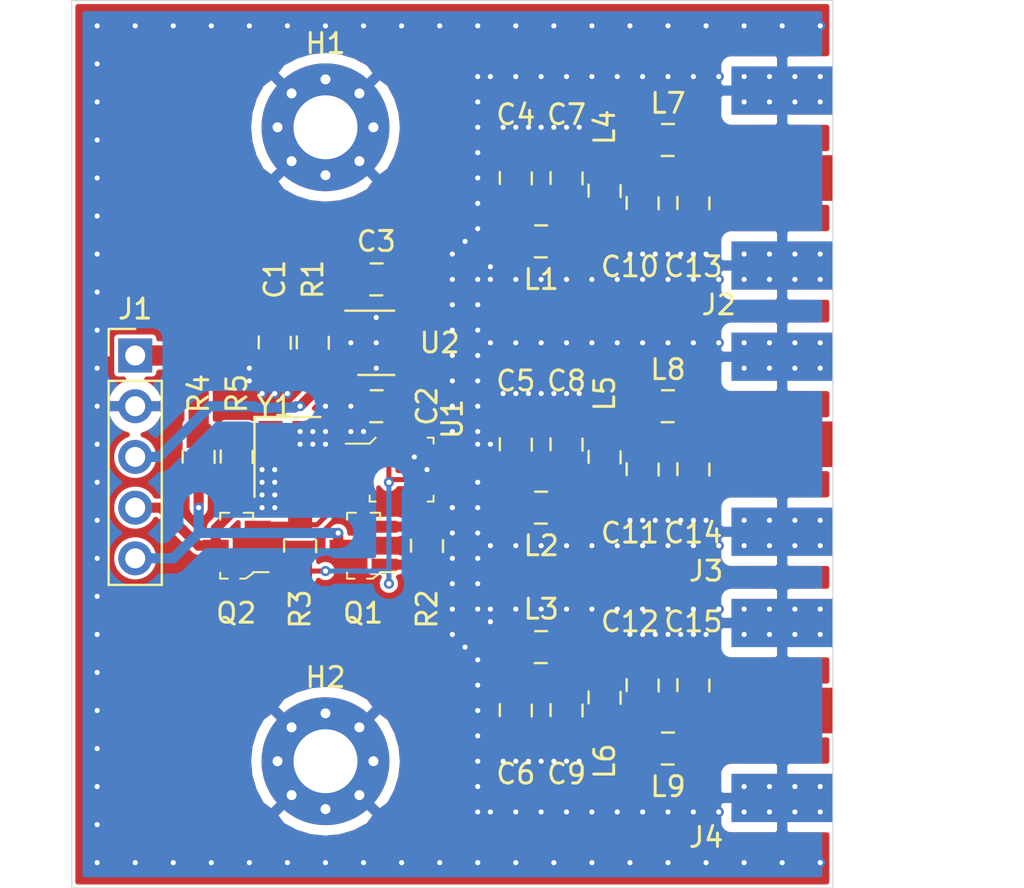
<source format=kicad_pcb>
(kicad_pcb (version 20171130) (host pcbnew 5.1.5-52549c5~84~ubuntu16.04.1)
  (layers (0 F.Cu signal) (31 B.Cu signal) (34 B.Paste user) (35 F.Paste user) (36 B.SilkS user) (37 F.SilkS user) (38 B.Mask user) (39 F.Mask user) (44 Edge.Cuts user))
  (net 0 "")
  (net 1 +5V)
  (net 2 GND)
  (net 3 "Net-(C2-Pad1)")
  (net 4 +3V3)
  (net 5 CLK0)
  (net 6 CLK1)
  (net 7 CLK2)
  (net 8 "Net-(C7-Pad1)")
  (net 9 "Net-(C8-Pad1)")
  (net 10 "Net-(C9-Pad1)")
  (net 11 "Net-(C10-Pad1)")
  (net 12 "Net-(C11-Pad1)")
  (net 13 "Net-(C12-Pad1)")
  (net 14 "Net-(C13-Pad1)")
  (net 15 "Net-(C14-Pad1)")
  (net 16 "Net-(C15-Pad1)")
  (net 17 SDA_3V)
  (net 18 SDA_5V)
  (net 19 SCL_5V)
  (net 20 SCL_3V)
  (net 21 ~DIS)
  (net 22 "Net-(U1-Pad2)")
  (net 23 "Net-(U1-Pad3)")
  (module MountingHole:MountingHole_3.2mm_M3_Pad_Via (layer F.Cu) (at 101.6 101.6)
    (fp_text reference H2 (at 0 -4.2) (layer F.SilkS))
    (fp_text value MountingHole_Pad)
    (pad 1 thru_hole circle (at 1.697056 -1.697056) (size 0.8 0.8) (drill 0.5) (layers *.Cu *.Mask) (net 2 GND))
    (pad 1 thru_hole circle (at 0 -2.4) (size 0.8 0.8) (drill 0.5) (layers *.Cu *.Mask) (net 2 GND))
    (pad 1 thru_hole circle (at -1.697056 -1.697056) (size 0.8 0.8) (drill 0.5) (layers *.Cu *.Mask) (net 2 GND))
    (pad 1 thru_hole circle (at -2.4 0) (size 0.8 0.8) (drill 0.5) (layers *.Cu *.Mask) (net 2 GND))
    (pad 1 thru_hole circle (at -1.697056 1.697056) (size 0.8 0.8) (drill 0.5) (layers *.Cu *.Mask) (net 2 GND))
    (pad 1 thru_hole circle (at 0 2.4) (size 0.8 0.8) (drill 0.5) (layers *.Cu *.Mask) (net 2 GND))
    (pad 1 thru_hole circle (at 1.697056 1.697056) (size 0.8 0.8) (drill 0.5) (layers *.Cu *.Mask) (net 2 GND))
    (pad 1 thru_hole circle (at 2.4 0) (size 0.8 0.8) (drill 0.5) (layers *.Cu *.Mask) (net 2 GND))
    (pad 1 thru_hole circle (at 0 0) (size 6.4 6.4) (drill 3.2) (layers *.Cu *.Mask) (net 2 GND))
  )
  (module MountingHole:MountingHole_3.2mm_M3_Pad_Via (layer F.Cu) (at 101.6 69.85)
    (fp_text reference H1 (at 0 -4.2) (layer F.SilkS))
    (fp_text value MountingHole_Pad)
    (pad 1 thru_hole circle (at 1.697056 -1.697056) (size 0.8 0.8) (drill 0.5) (layers *.Cu *.Mask) (net 2 GND))
    (pad 1 thru_hole circle (at 0 -2.4) (size 0.8 0.8) (drill 0.5) (layers *.Cu *.Mask) (net 2 GND))
    (pad 1 thru_hole circle (at -1.697056 -1.697056) (size 0.8 0.8) (drill 0.5) (layers *.Cu *.Mask) (net 2 GND))
    (pad 1 thru_hole circle (at -2.4 0) (size 0.8 0.8) (drill 0.5) (layers *.Cu *.Mask) (net 2 GND))
    (pad 1 thru_hole circle (at -1.697056 1.697056) (size 0.8 0.8) (drill 0.5) (layers *.Cu *.Mask) (net 2 GND))
    (pad 1 thru_hole circle (at 0 2.4) (size 0.8 0.8) (drill 0.5) (layers *.Cu *.Mask) (net 2 GND))
    (pad 1 thru_hole circle (at 1.697056 1.697056) (size 0.8 0.8) (drill 0.5) (layers *.Cu *.Mask) (net 2 GND))
    (pad 1 thru_hole circle (at 2.4 0) (size 0.8 0.8) (drill 0.5) (layers *.Cu *.Mask) (net 2 GND))
    (pad 1 thru_hole circle (at 0 0) (size 6.4 6.4) (drill 3.2) (layers *.Cu *.Mask) (net 2 GND))
  )
  (module digikey-footprints:SOT-23-3 (layer F.Cu) (at 103.505 90.805 180)
    (fp_text reference Q1 (at 0.025 -3.375) (layer F.SilkS))
    (fp_text value BSS138)
    (pad 1 smd rect (at -1.05 -0.95 180) (size 1.3 0.6) (layers F.Cu F.Paste F.Mask) (net 4 +3V3))
    (pad 2 smd rect (at -1.05 0.95 180) (size 1.3 0.6) (layers F.Cu F.Paste F.Mask) (net 17 SDA_3V))
    (pad 3 smd rect (at 1.05 0 180) (size 1.3 0.6) (layers F.Cu F.Paste F.Mask) (net 18 SDA_5V))
  )
  (module digikey-footprints:SOT-23-3 (layer F.Cu) (at 97.155 90.804999 180)
    (fp_text reference Q2 (at 0.025 -3.375) (layer F.SilkS))
    (fp_text value BSS138)
    (pad 3 smd rect (at 1.05 0 180) (size 1.3 0.6) (layers F.Cu F.Paste F.Mask) (net 19 SCL_5V))
    (pad 2 smd rect (at -1.05 0.95 180) (size 1.3 0.6) (layers F.Cu F.Paste F.Mask) (net 20 SCL_3V))
    (pad 1 smd rect (at -1.05 -0.95 180) (size 1.3 0.6) (layers F.Cu F.Paste F.Mask) (net 4 +3V3))
  )
  (module Crystal:Crystal_SMD_3225-4Pin_3.2x2.5mm (layer F.Cu) (at 99.695 86.36 270)
    (fp_text reference Y1 (at -2.54 0.635 180) (layer F.SilkS))
    (fp_text value Crystal_GND24)
    (pad 4 smd rect (at -1.1 -0.85 270) (size 1.4 1.2) (layers F.Cu F.Paste F.Mask) (net 2 GND))
    (pad 3 smd rect (at 1.1 -0.85 270) (size 1.4 1.2) (layers F.Cu F.Paste F.Mask) (net 23 "Net-(U1-Pad3)"))
    (pad 2 smd rect (at 1.1 0.85 270) (size 1.4 1.2) (layers F.Cu F.Paste F.Mask) (net 2 GND))
    (pad 1 smd rect (at -1.1 0.85 270) (size 1.4 1.2) (layers F.Cu F.Paste F.Mask) (net 22 "Net-(U1-Pad2)"))
  )
  (module Connector_PinHeader_2.54mm:PinHeader_1x05_P2.54mm_Vertical (layer F.Cu) (at 92.075 81.28)
    (fp_text reference J1 (at 0 -2.33) (layer F.SilkS))
    (fp_text value Conn_01x05_Male)
    (pad 5 thru_hole oval (at 0 10.16) (size 1.7 1.7) (drill 1) (layers *.Cu *.Mask) (net 18 SDA_5V))
    (pad 4 thru_hole oval (at 0 7.62) (size 1.7 1.7) (drill 1) (layers *.Cu *.Mask) (net 19 SCL_5V))
    (pad 3 thru_hole oval (at 0 5.08) (size 1.7 1.7) (drill 1) (layers *.Cu *.Mask) (net 21 ~DIS))
    (pad 2 thru_hole oval (at 0 2.54) (size 1.7 1.7) (drill 1) (layers *.Cu *.Mask) (net 2 GND))
    (pad 1 thru_hole rect (at 0 0) (size 1.7 1.7) (drill 1) (layers *.Cu *.Mask) (net 1 +5V))
  )
  (module digikey-footprints:0805 (layer F.Cu) (at 99.06 80.645 270)
    (fp_text reference C1 (at -3.175 0 90) (layer F.SilkS))
    (fp_text value 1uF)
    (pad 1 smd rect (at -1.05 0 270) (size 1.2 1.2) (layers F.Cu F.Paste F.Mask) (net 1 +5V))
    (pad 2 smd rect (at 1.05 0 270) (size 1.2 1.2) (layers F.Cu F.Paste F.Mask) (net 2 GND))
  )
  (module digikey-footprints:0805 (layer F.Cu) (at 104.14 83.820001 180)
    (fp_text reference C2 (at -2.54 0 90) (layer F.SilkS))
    (fp_text value .1uF)
    (pad 2 smd rect (at 1.05 0 180) (size 1.2 1.2) (layers F.Cu F.Paste F.Mask) (net 2 GND))
    (pad 1 smd rect (at -1.05 0 180) (size 1.2 1.2) (layers F.Cu F.Paste F.Mask) (net 3 "Net-(C2-Pad1)"))
  )
  (module digikey-footprints:0805 (layer F.Cu) (at 104.14 77.47 180)
    (fp_text reference C3 (at 0 1.905) (layer F.SilkS))
    (fp_text value .1uF)
    (pad 1 smd rect (at -1.05 0 180) (size 1.2 1.2) (layers F.Cu F.Paste F.Mask) (net 4 +3V3))
    (pad 2 smd rect (at 1.05 0 180) (size 1.2 1.2) (layers F.Cu F.Paste F.Mask) (net 2 GND))
  )
  (module digikey-footprints:0805 (layer F.Cu) (at 111.125 72.39 90)
    (fp_text reference C4 (at 3.175 0 180) (layer F.SilkS))
    (fp_text value C)
    (pad 1 smd rect (at -1.05 0 90) (size 1.2 1.2) (layers F.Cu F.Paste F.Mask) (net 5 CLK0))
    (pad 2 smd rect (at 1.05 0 90) (size 1.2 1.2) (layers F.Cu F.Paste F.Mask) (net 2 GND))
  )
  (module digikey-footprints:0805 (layer F.Cu) (at 111.125 85.725 90)
    (fp_text reference C5 (at 3.175 0 180) (layer F.SilkS))
    (fp_text value C)
    (pad 2 smd rect (at 1.05 0 90) (size 1.2 1.2) (layers F.Cu F.Paste F.Mask) (net 2 GND))
    (pad 1 smd rect (at -1.05 0 90) (size 1.2 1.2) (layers F.Cu F.Paste F.Mask) (net 6 CLK1))
  )
  (module digikey-footprints:0805 (layer F.Cu) (at 111.125 99.06 270)
    (fp_text reference C6 (at 3.175 0 180) (layer F.SilkS))
    (fp_text value C)
    (pad 1 smd rect (at -1.05 0 270) (size 1.2 1.2) (layers F.Cu F.Paste F.Mask) (net 7 CLK2))
    (pad 2 smd rect (at 1.05 0 270) (size 1.2 1.2) (layers F.Cu F.Paste F.Mask) (net 2 GND))
  )
  (module digikey-footprints:0805 (layer F.Cu) (at 113.665 72.39 90)
    (fp_text reference C7 (at 3.175 0 180) (layer F.SilkS))
    (fp_text value C)
    (pad 2 smd rect (at 1.05 0 90) (size 1.2 1.2) (layers F.Cu F.Paste F.Mask) (net 2 GND))
    (pad 1 smd rect (at -1.05 0 90) (size 1.2 1.2) (layers F.Cu F.Paste F.Mask) (net 8 "Net-(C7-Pad1)"))
  )
  (module digikey-footprints:0805 (layer F.Cu) (at 113.665 85.725 90)
    (fp_text reference C8 (at 3.175 0 180) (layer F.SilkS))
    (fp_text value C)
    (pad 1 smd rect (at -1.05 0 90) (size 1.2 1.2) (layers F.Cu F.Paste F.Mask) (net 9 "Net-(C8-Pad1)"))
    (pad 2 smd rect (at 1.05 0 90) (size 1.2 1.2) (layers F.Cu F.Paste F.Mask) (net 2 GND))
  )
  (module digikey-footprints:0805 (layer F.Cu) (at 113.665 99.06 270)
    (fp_text reference C9 (at 3.175 0 180) (layer F.SilkS))
    (fp_text value C)
    (pad 2 smd rect (at 1.05 0 270) (size 1.2 1.2) (layers F.Cu F.Paste F.Mask) (net 2 GND))
    (pad 1 smd rect (at -1.05 0 270) (size 1.2 1.2) (layers F.Cu F.Paste F.Mask) (net 10 "Net-(C9-Pad1)"))
  )
  (module digikey-footprints:0805 (layer F.Cu) (at 117.475 73.66 270)
    (fp_text reference C10 (at 3.175 0.635) (layer F.SilkS))
    (fp_text value C)
    (pad 1 smd rect (at -1.05 0 270) (size 1.2 1.2) (layers F.Cu F.Paste F.Mask) (net 11 "Net-(C10-Pad1)"))
    (pad 2 smd rect (at 1.05 0 270) (size 1.2 1.2) (layers F.Cu F.Paste F.Mask) (net 2 GND))
  )
  (module digikey-footprints:0805 (layer F.Cu) (at 117.475 86.995 270)
    (fp_text reference C11 (at 3.175 0.635 180) (layer F.SilkS))
    (fp_text value C)
    (pad 2 smd rect (at 1.05 0 270) (size 1.2 1.2) (layers F.Cu F.Paste F.Mask) (net 2 GND))
    (pad 1 smd rect (at -1.05 0 270) (size 1.2 1.2) (layers F.Cu F.Paste F.Mask) (net 12 "Net-(C11-Pad1)"))
  )
  (module digikey-footprints:0805 (layer F.Cu) (at 117.475 97.79 90)
    (fp_text reference C12 (at 3.175 -0.635 180) (layer F.SilkS))
    (fp_text value C)
    (pad 1 smd rect (at -1.05 0 90) (size 1.2 1.2) (layers F.Cu F.Paste F.Mask) (net 13 "Net-(C12-Pad1)"))
    (pad 2 smd rect (at 1.05 0 90) (size 1.2 1.2) (layers F.Cu F.Paste F.Mask) (net 2 GND))
  )
  (module digikey-footprints:0805 (layer F.Cu) (at 120.015 73.66 270)
    (fp_text reference C13 (at 3.175 0) (layer F.SilkS))
    (fp_text value C)
    (pad 2 smd rect (at 1.05 0 270) (size 1.2 1.2) (layers F.Cu F.Paste F.Mask) (net 2 GND))
    (pad 1 smd rect (at -1.05 0 270) (size 1.2 1.2) (layers F.Cu F.Paste F.Mask) (net 14 "Net-(C13-Pad1)"))
  )
  (module digikey-footprints:0805 (layer F.Cu) (at 120.015 86.995 270)
    (fp_text reference C14 (at 3.175 0 180) (layer F.SilkS))
    (fp_text value C)
    (pad 1 smd rect (at -1.05 0 270) (size 1.2 1.2) (layers F.Cu F.Paste F.Mask) (net 15 "Net-(C14-Pad1)"))
    (pad 2 smd rect (at 1.05 0 270) (size 1.2 1.2) (layers F.Cu F.Paste F.Mask) (net 2 GND))
  )
  (module digikey-footprints:0805 (layer F.Cu) (at 120.015 97.79 90)
    (fp_text reference C15 (at 3.175 0 180) (layer F.SilkS))
    (fp_text value C)
    (pad 2 smd rect (at 1.05 0 90) (size 1.2 1.2) (layers F.Cu F.Paste F.Mask) (net 2 GND))
    (pad 1 smd rect (at -1.05 0 90) (size 1.2 1.2) (layers F.Cu F.Paste F.Mask) (net 16 "Net-(C15-Pad1)"))
  )
  (module digikey-footprints:RF_SMA_BoardEdge_142-0701-801 (layer F.Cu) (at 127 72.39 270)
    (fp_text reference J2 (at 6.35 5.715) (layer F.SilkS))
    (fp_text value 142-0701-801)
    (pad 2 smd rect (at -4.3815 2.54 270) (size 2.413 5.08) (layers F.Cu F.Paste F.Mask) (net 2 GND))
    (pad 1 smd rect (at 0 2.54 270) (size 2.286 5.08) (layers F.Cu F.Paste F.Mask) (net 14 "Net-(C13-Pad1)"))
    (pad 2 smd rect (at 4.3815 2.54 270) (size 2.413 5.08) (layers F.Cu F.Paste F.Mask) (net 2 GND))
    (pad 2 smd rect (at 4.3815 2.54 270) (size 2.413 5.08) (layers B.Cu B.Paste B.Mask) (net 2 GND))
    (pad 2 smd rect (at -4.3815 2.54 270) (size 2.413 5.08) (layers B.Cu B.Paste B.Mask) (net 2 GND))
  )
  (module digikey-footprints:RF_SMA_BoardEdge_142-0701-801 (layer F.Cu) (at 127 85.725 270)
    (fp_text reference J3 (at 6.35 6.35) (layer F.SilkS))
    (fp_text value 142-0701-801)
    (pad 2 smd rect (at -4.3815 2.54 270) (size 2.413 5.08) (layers B.Cu B.Paste B.Mask) (net 2 GND))
    (pad 2 smd rect (at 4.3815 2.54 270) (size 2.413 5.08) (layers B.Cu B.Paste B.Mask) (net 2 GND))
    (pad 2 smd rect (at 4.3815 2.54 270) (size 2.413 5.08) (layers F.Cu F.Paste F.Mask) (net 2 GND))
    (pad 1 smd rect (at 0 2.54 270) (size 2.286 5.08) (layers F.Cu F.Paste F.Mask) (net 15 "Net-(C14-Pad1)"))
    (pad 2 smd rect (at -4.3815 2.54 270) (size 2.413 5.08) (layers F.Cu F.Paste F.Mask) (net 2 GND))
  )
  (module digikey-footprints:RF_SMA_BoardEdge_142-0701-801 (layer F.Cu) (at 127 99.06 270)
    (fp_text reference J4 (at 6.35 6.35) (layer F.SilkS))
    (fp_text value 142-0701-801)
    (pad 2 smd rect (at -4.3815 2.54 270) (size 2.413 5.08) (layers F.Cu F.Paste F.Mask) (net 2 GND))
    (pad 1 smd rect (at 0 2.54 270) (size 2.286 5.08) (layers F.Cu F.Paste F.Mask) (net 16 "Net-(C15-Pad1)"))
    (pad 2 smd rect (at 4.3815 2.54 270) (size 2.413 5.08) (layers F.Cu F.Paste F.Mask) (net 2 GND))
    (pad 2 smd rect (at 4.3815 2.54 270) (size 2.413 5.08) (layers B.Cu B.Paste B.Mask) (net 2 GND))
    (pad 2 smd rect (at -4.3815 2.54 270) (size 2.413 5.08) (layers B.Cu B.Paste B.Mask) (net 2 GND))
  )
  (module digikey-footprints:0805 (layer F.Cu) (at 112.395 75.565)
    (fp_text reference L1 (at 0 1.905) (layer F.SilkS))
    (fp_text value L)
    (pad 2 smd rect (at 1.05 0) (size 1.2 1.2) (layers F.Cu F.Paste F.Mask) (net 8 "Net-(C7-Pad1)"))
    (pad 1 smd rect (at -1.05 0) (size 1.2 1.2) (layers F.Cu F.Paste F.Mask) (net 5 CLK0))
  )
  (module digikey-footprints:0805 (layer F.Cu) (at 112.395 88.9)
    (fp_text reference L2 (at 0 1.905) (layer F.SilkS))
    (fp_text value L)
    (pad 2 smd rect (at 1.05 0) (size 1.2 1.2) (layers F.Cu F.Paste F.Mask) (net 9 "Net-(C8-Pad1)"))
    (pad 1 smd rect (at -1.05 0) (size 1.2 1.2) (layers F.Cu F.Paste F.Mask) (net 6 CLK1))
  )
  (module digikey-footprints:0805 (layer F.Cu) (at 112.395 95.885)
    (fp_text reference L3 (at 0 -1.905) (layer F.SilkS))
    (fp_text value L)
    (pad 2 smd rect (at 1.05 0) (size 1.2 1.2) (layers F.Cu F.Paste F.Mask) (net 10 "Net-(C9-Pad1)"))
    (pad 1 smd rect (at -1.05 0) (size 1.2 1.2) (layers F.Cu F.Paste F.Mask) (net 7 CLK2))
  )
  (module digikey-footprints:0805 (layer F.Cu) (at 115.57 73.025 90)
    (fp_text reference L4 (at 3.175 0 90) (layer F.SilkS))
    (fp_text value L)
    (pad 1 smd rect (at -1.05 0 90) (size 1.2 1.2) (layers F.Cu F.Paste F.Mask) (net 8 "Net-(C7-Pad1)"))
    (pad 2 smd rect (at 1.05 0 90) (size 1.2 1.2) (layers F.Cu F.Paste F.Mask) (net 11 "Net-(C10-Pad1)"))
  )
  (module digikey-footprints:0805 (layer F.Cu) (at 115.57 86.36 90)
    (fp_text reference L5 (at 3.175 0 90) (layer F.SilkS))
    (fp_text value L)
    (pad 2 smd rect (at 1.05 0 90) (size 1.2 1.2) (layers F.Cu F.Paste F.Mask) (net 12 "Net-(C11-Pad1)"))
    (pad 1 smd rect (at -1.05 0 90) (size 1.2 1.2) (layers F.Cu F.Paste F.Mask) (net 9 "Net-(C8-Pad1)"))
  )
  (module digikey-footprints:0805 (layer F.Cu) (at 115.57 98.425 270)
    (fp_text reference L6 (at 3.175 0 90) (layer F.SilkS))
    (fp_text value L)
    (pad 1 smd rect (at -1.05 0 270) (size 1.2 1.2) (layers F.Cu F.Paste F.Mask) (net 10 "Net-(C9-Pad1)"))
    (pad 2 smd rect (at 1.05 0 270) (size 1.2 1.2) (layers F.Cu F.Paste F.Mask) (net 13 "Net-(C12-Pad1)"))
  )
  (module digikey-footprints:0805 (layer F.Cu) (at 118.745 70.485)
    (fp_text reference L7 (at 0 -1.84) (layer F.SilkS))
    (fp_text value L)
    (pad 2 smd rect (at 1.05 0) (size 1.2 1.2) (layers F.Cu F.Paste F.Mask) (net 14 "Net-(C13-Pad1)"))
    (pad 1 smd rect (at -1.05 0) (size 1.2 1.2) (layers F.Cu F.Paste F.Mask) (net 11 "Net-(C10-Pad1)"))
  )
  (module digikey-footprints:0805 (layer F.Cu) (at 118.745 83.82)
    (fp_text reference L8 (at 0 -1.84) (layer F.SilkS))
    (fp_text value L)
    (pad 1 smd rect (at -1.05 0) (size 1.2 1.2) (layers F.Cu F.Paste F.Mask) (net 12 "Net-(C11-Pad1)"))
    (pad 2 smd rect (at 1.05 0) (size 1.2 1.2) (layers F.Cu F.Paste F.Mask) (net 15 "Net-(C14-Pad1)"))
  )
  (module digikey-footprints:0805 (layer F.Cu) (at 118.745 100.965)
    (fp_text reference L9 (at 0 1.905) (layer F.SilkS))
    (fp_text value L)
    (pad 2 smd rect (at 1.05 0) (size 1.2 1.2) (layers F.Cu F.Paste F.Mask) (net 16 "Net-(C15-Pad1)"))
    (pad 1 smd rect (at -1.05 0) (size 1.2 1.2) (layers F.Cu F.Paste F.Mask) (net 13 "Net-(C12-Pad1)"))
  )
  (module digikey-footprints:0805 (layer F.Cu) (at 100.965 80.645001 270)
    (fp_text reference R1 (at -3.175 0 90) (layer F.SilkS))
    (fp_text value 100k)
    (pad 1 smd rect (at -1.05 0 270) (size 1.2 1.2) (layers F.Cu F.Paste F.Mask) (net 1 +5V))
    (pad 2 smd rect (at 1.05 0 270) (size 1.2 1.2) (layers F.Cu F.Paste F.Mask) (net 21 ~DIS))
  )
  (module digikey-footprints:0805 (layer F.Cu) (at 106.68 90.805 90)
    (fp_text reference R2 (at -3.175 0 90) (layer F.SilkS))
    (fp_text value 10k)
    (pad 1 smd rect (at -1.05 0 90) (size 1.2 1.2) (layers F.Cu F.Paste F.Mask) (net 4 +3V3))
    (pad 2 smd rect (at 1.05 0 90) (size 1.2 1.2) (layers F.Cu F.Paste F.Mask) (net 17 SDA_3V))
  )
  (module digikey-footprints:0805 (layer F.Cu) (at 100.33 90.805 90)
    (fp_text reference R3 (at -3.175 0 90) (layer F.SilkS))
    (fp_text value 10k)
    (pad 2 smd rect (at 1.05 0 90) (size 1.2 1.2) (layers F.Cu F.Paste F.Mask) (net 20 SCL_3V))
    (pad 1 smd rect (at -1.05 0 90) (size 1.2 1.2) (layers F.Cu F.Paste F.Mask) (net 4 +3V3))
  )
  (module digikey-footprints:0805 (layer F.Cu) (at 95.25 86.36 270)
    (fp_text reference R4 (at -3.175 0 90) (layer F.SilkS))
    (fp_text value 10k)
    (pad 1 smd rect (at -1.05 0 270) (size 1.2 1.2) (layers F.Cu F.Paste F.Mask) (net 1 +5V))
    (pad 2 smd rect (at 1.05 0 270) (size 1.2 1.2) (layers F.Cu F.Paste F.Mask) (net 18 SDA_5V))
  )
  (module digikey-footprints:0805 (layer F.Cu) (at 97.155 86.36 270)
    (fp_text reference R5 (at -3.175 0 90) (layer F.SilkS))
    (fp_text value 10k)
    (pad 2 smd rect (at 1.05 0 270) (size 1.2 1.2) (layers F.Cu F.Paste F.Mask) (net 19 SCL_5V))
    (pad 1 smd rect (at -1.05 0 270) (size 1.2 1.2) (layers F.Cu F.Paste F.Mask) (net 1 +5V))
  )
  (module digikey-footprints:MSOP-10_W3mm (layer F.Cu) (at 105.41 86.995 270)
    (fp_text reference U1 (at -2.54 -2.54 90) (layer F.SilkS))
    (fp_text value SI5351A-B-GT)
    (pad 1 smd rect (at -1 2.2 270) (size 0.3 1.45) (layers F.Cu F.Paste F.Mask) (net 4 +3V3))
    (pad 6 smd rect (at 1 -2.2 270) (size 0.3 1.45) (layers F.Cu F.Paste F.Mask) (net 7 CLK2))
    (pad 2 smd rect (at -0.5 2.2 270) (size 0.3 1.45) (layers F.Cu F.Paste F.Mask) (net 22 "Net-(U1-Pad2)"))
    (pad 3 smd rect (at 0 2.2 270) (size 0.3 1.45) (layers F.Cu F.Paste F.Mask) (net 23 "Net-(U1-Pad3)"))
    (pad 4 smd rect (at 0.5 2.2 270) (size 0.3 1.45) (layers F.Cu F.Paste F.Mask) (net 20 SCL_3V))
    (pad 5 smd rect (at 1 2.2 270) (size 0.3 1.45) (layers F.Cu F.Paste F.Mask) (net 17 SDA_3V))
    (pad 7 smd rect (at 0.5 -2.2 270) (size 0.3 1.45) (layers F.Cu F.Paste F.Mask) (net 4 +3V3))
    (pad 8 smd rect (at 0 -2.2 270) (size 0.3 1.45) (layers F.Cu F.Paste F.Mask) (net 2 GND))
    (pad 9 smd rect (at -0.5 -2.2 270) (size 0.3 1.45) (layers F.Cu F.Paste F.Mask) (net 6 CLK1))
    (pad 10 smd rect (at -1 -2.2 270) (size 0.3 1.45) (layers F.Cu F.Paste F.Mask) (net 5 CLK0))
  )
  (module Package_TO_SOT_SMD:SOT-23-5 (layer F.Cu) (at 104.14 80.645001)
    (fp_text reference U2 (at 3.175 -0.000001) (layer F.SilkS))
    (fp_text value SPX3819M5-L-3-3)
    (pad 1 smd rect (at -1.1 -0.95) (size 1.06 0.65) (layers F.Cu F.Paste F.Mask) (net 1 +5V))
    (pad 2 smd rect (at -1.1 0) (size 1.06 0.65) (layers F.Cu F.Paste F.Mask) (net 2 GND))
    (pad 3 smd rect (at -1.1 0.95) (size 1.06 0.65) (layers F.Cu F.Paste F.Mask) (net 21 ~DIS))
    (pad 4 smd rect (at 1.1 0.95) (size 1.06 0.65) (layers F.Cu F.Paste F.Mask) (net 3 "Net-(C2-Pad1)"))
    (pad 5 smd rect (at 1.1 -0.95) (size 1.06 0.65) (layers F.Cu F.Paste F.Mask) (net 4 +3V3))
  )
  (gr_line (start 88.9 107.95) (end 88.9 63.5) (layer Edge.Cuts) (width 0.05))
  (gr_line (start 127 107.95) (end 88.9 107.95) (layer Edge.Cuts) (width 0.05))
  (gr_line (start 127 63.5) (end 127 107.95) (layer Edge.Cuts) (width 0.05))
  (gr_line (start 88.9 63.5) (end 127 63.5) (layer Edge.Cuts) (width 0.05))
  (via (at 98.425 87.63) (size 0.508) (drill 0.254) (layers F.Cu B.Cu) (net 2))
  (via (at 99.06 87.63) (size 0.508) (drill 0.254) (layers F.Cu B.Cu) (net 2))
  (via (at 100.965 85.725) (size 0.508) (drill 0.254) (layers F.Cu B.Cu) (net 2))
  (via (at 100.33 85.725) (size 0.508) (drill 0.254) (layers F.Cu B.Cu) (net 2))
  (via (at 100.965 85.09) (size 0.508) (drill 0.254) (layers F.Cu B.Cu) (net 2))
  (via (at 100.33 85.09) (size 0.508) (drill 0.254) (layers F.Cu B.Cu) (net 2))
  (segment (start 100.964999 79.595) (end 100.965 79.595001) (width 1.016) (layer F.Cu) (net 1))
  (segment (start 99.06 79.595) (end 100.964999 79.595) (width 1.016) (layer F.Cu) (net 1))
  (segment (start 101.065 79.695001) (end 100.965 79.595001) (width 0.762) (layer F.Cu) (net 1))
  (segment (start 103.04 79.695001) (end 101.065 79.695001) (width 0.762) (layer F.Cu) (net 1))
  (segment (start 98.685598 79.595) (end 97.000598 81.28) (width 1.016) (layer F.Cu) (net 1))
  (segment (start 97.000598 81.28) (end 96.52 81.28) (width 1.016) (layer F.Cu) (net 1))
  (segment (start 99.06 79.595) (end 98.685598 79.595) (width 1.016) (layer F.Cu) (net 1))
  (segment (start 95.25 81.28) (end 95.25 85.31) (width 1.016) (layer F.Cu) (net 1))
  (segment (start 95.25 81.28) (end 96.52 81.28) (width 1.016) (layer F.Cu) (net 1))
  (segment (start 92.075 81.28) (end 95.25 81.28) (width 1.016) (layer F.Cu) (net 1))
  (segment (start 95.25 85.31) (end 97.155 85.31) (width 1.016) (layer F.Cu) (net 1))
  (via (at 99.06 83.185) (size 0.508) (drill 0.254) (layers F.Cu B.Cu) (net 2))
  (via (at 97.79 81.915) (size 0.508) (drill 0.254) (layers F.Cu B.Cu) (net 2))
  (via (at 99.695 83.185) (size 0.508) (drill 0.254) (layers F.Cu B.Cu) (net 2))
  (via (at 98.425 83.185) (size 0.508) (drill 0.254) (layers F.Cu B.Cu) (net 2))
  (via (at 97.79 82.55) (size 0.508) (drill 0.254) (layers F.Cu B.Cu) (net 2))
  (via (at 102.87 80.645) (size 0.508) (drill 0.254) (layers F.Cu B.Cu) (net 2))
  (via (at 104.14 80.645) (size 0.508) (drill 0.254) (layers F.Cu B.Cu) (net 2))
  (via (at 104.14 81.915) (size 0.508) (drill 0.254) (layers F.Cu B.Cu) (net 2))
  (via (at 104.14 79.375) (size 0.508) (drill 0.254) (layers F.Cu B.Cu) (net 2))
  (via (at 103.505 85.09) (size 0.508) (drill 0.254) (layers F.Cu B.Cu) (net 2))
  (via (at 101.6 83.82) (size 0.508) (drill 0.254) (layers F.Cu B.Cu) (net 2))
  (via (at 102.87 83.82) (size 0.508) (drill 0.254) (layers F.Cu B.Cu) (net 2))
  (via (at 109.22 87.63) (size 0.508) (drill 0.254) (layers F.Cu B.Cu) (net 2))
  (via (at 110.49 83.185) (size 0.508) (drill 0.254) (layers F.Cu B.Cu) (net 2))
  (via (at 111.125 83.185) (size 0.508) (drill 0.254) (layers F.Cu B.Cu) (net 2))
  (via (at 111.76 83.185) (size 0.508) (drill 0.254) (layers F.Cu B.Cu) (net 2))
  (via (at 113.03 83.185) (size 0.508) (drill 0.254) (layers F.Cu B.Cu) (net 2))
  (via (at 113.665 83.185) (size 0.508) (drill 0.254) (layers F.Cu B.Cu) (net 2))
  (via (at 114.3 83.185) (size 0.508) (drill 0.254) (layers F.Cu B.Cu) (net 2))
  (via (at 101.6 85.09) (size 0.508) (drill 0.254) (layers F.Cu B.Cu) (net 2))
  (via (at 98.425 88.265) (size 0.508) (drill 0.254) (layers F.Cu B.Cu) (net 2))
  (via (at 99.06 88.265) (size 0.508) (drill 0.254) (layers F.Cu B.Cu) (net 2))
  (via (at 101.6 85.725) (size 0.508) (drill 0.254) (layers F.Cu B.Cu) (net 2))
  (via (at 98.425 88.9) (size 0.508) (drill 0.254) (layers F.Cu B.Cu) (net 2))
  (via (at 99.06 88.9) (size 0.508) (drill 0.254) (layers F.Cu B.Cu) (net 2))
  (via (at 98.425 86.995) (size 0.508) (drill 0.254) (layers F.Cu B.Cu) (net 2))
  (via (at 99.06 86.995) (size 0.508) (drill 0.254) (layers F.Cu B.Cu) (net 2))
  (via (at 106.68 86.995) (size 0.508) (drill 0.254) (layers F.Cu B.Cu) (net 2))
  (via (at 106.045 86.36) (size 0.508) (drill 0.254) (layers F.Cu B.Cu) (net 2))
  (via (at 120.015 90.805) (size 0.508) (drill 0.254) (layers F.Cu B.Cu) (net 2))
  (via (at 118.745 90.805) (size 0.508) (drill 0.254) (layers F.Cu B.Cu) (net 2))
  (via (at 117.475 90.805) (size 0.508) (drill 0.254) (layers F.Cu B.Cu) (net 2))
  (via (at 107.95 85.09) (size 0.508) (drill 0.254) (layers F.Cu B.Cu) (net 2))
  (via (at 107.95 83.82) (size 0.508) (drill 0.254) (layers F.Cu B.Cu) (net 2))
  (via (at 107.95 82.55) (size 0.508) (drill 0.254) (layers F.Cu B.Cu) (net 2))
  (via (at 107.95 81.28) (size 0.508) (drill 0.254) (layers F.Cu B.Cu) (net 2))
  (via (at 107.95 80.01) (size 0.508) (drill 0.254) (layers F.Cu B.Cu) (net 2))
  (via (at 107.95 78.74) (size 0.508) (drill 0.254) (layers F.Cu B.Cu) (net 2))
  (via (at 107.95 77.47) (size 0.508) (drill 0.254) (layers F.Cu B.Cu) (net 2))
  (via (at 107.95 76.2) (size 0.508) (drill 0.254) (layers F.Cu B.Cu) (net 2))
  (via (at 108.585 75.565) (size 0.508) (drill 0.254) (layers F.Cu B.Cu) (net 2))
  (via (at 109.22 74.93) (size 0.508) (drill 0.254) (layers F.Cu B.Cu) (net 2))
  (via (at 109.22 73.66) (size 0.508) (drill 0.254) (layers F.Cu B.Cu) (net 2))
  (via (at 109.22 85.09) (size 0.508) (drill 0.254) (layers F.Cu B.Cu) (net 2))
  (via (at 109.22 83.82) (size 0.508) (drill 0.254) (layers F.Cu B.Cu) (net 2))
  (via (at 109.22 82.55) (size 0.508) (drill 0.254) (layers F.Cu B.Cu) (net 2))
  (via (at 109.22 81.28) (size 0.508) (drill 0.254) (layers F.Cu B.Cu) (net 2))
  (via (at 109.22 80.01) (size 0.508) (drill 0.254) (layers F.Cu B.Cu) (net 2))
  (via (at 109.22 78.74) (size 0.508) (drill 0.254) (layers F.Cu B.Cu) (net 2))
  (via (at 109.22 77.47) (size 0.508) (drill 0.254) (layers F.Cu B.Cu) (net 2))
  (via (at 109.855 77.47) (size 0.508) (drill 0.254) (layers F.Cu B.Cu) (net 2))
  (via (at 111.125 77.47) (size 0.508) (drill 0.254) (layers F.Cu B.Cu) (net 2))
  (via (at 112.395 77.47) (size 0.508) (drill 0.254) (layers F.Cu B.Cu) (net 2))
  (via (at 113.665 77.47) (size 0.508) (drill 0.254) (layers F.Cu B.Cu) (net 2))
  (via (at 114.935 77.47) (size 0.508) (drill 0.254) (layers F.Cu B.Cu) (net 2))
  (via (at 116.205 77.47) (size 0.508) (drill 0.254) (layers F.Cu B.Cu) (net 2))
  (via (at 121.285 77.47) (size 0.508) (drill 0.254) (layers F.Cu B.Cu) (net 2))
  (via (at 122.555 76.2) (size 0.508) (drill 0.254) (layers F.Cu B.Cu) (net 2))
  (via (at 123.825 76.2) (size 0.508) (drill 0.254) (layers F.Cu B.Cu) (net 2))
  (via (at 125.095 76.2) (size 0.508) (drill 0.254) (layers F.Cu B.Cu) (net 2))
  (via (at 126.365 76.2) (size 0.508) (drill 0.254) (layers F.Cu B.Cu) (net 2))
  (via (at 123.825 77.47) (size 0.508) (drill 0.254) (layers F.Cu B.Cu) (net 2))
  (via (at 125.095 77.47) (size 0.508) (drill 0.254) (layers F.Cu B.Cu) (net 2))
  (via (at 122.555 77.47) (size 0.508) (drill 0.254) (layers F.Cu B.Cu) (net 2))
  (via (at 126.365 77.47) (size 0.508) (drill 0.254) (layers F.Cu B.Cu) (net 2))
  (via (at 113.03 69.85) (size 0.508) (drill 0.254) (layers F.Cu B.Cu) (net 2))
  (via (at 110.49 69.85) (size 0.508) (drill 0.254) (layers F.Cu B.Cu) (net 2))
  (via (at 111.125 69.85) (size 0.508) (drill 0.254) (layers F.Cu B.Cu) (net 2))
  (via (at 114.3 69.85) (size 0.508) (drill 0.254) (layers F.Cu B.Cu) (net 2))
  (via (at 111.76 69.85) (size 0.508) (drill 0.254) (layers F.Cu B.Cu) (net 2))
  (via (at 113.665 69.85) (size 0.508) (drill 0.254) (layers F.Cu B.Cu) (net 2))
  (via (at 117.475 77.47) (size 0.508) (drill 0.254) (layers F.Cu B.Cu) (net 2))
  (via (at 120.015 77.47) (size 0.508) (drill 0.254) (layers F.Cu B.Cu) (net 2))
  (via (at 112.395 69.85) (size 0.508) (drill 0.254) (layers F.Cu B.Cu) (net 2))
  (via (at 118.745 77.47) (size 0.508) (drill 0.254) (layers F.Cu B.Cu) (net 2))
  (via (at 109.22 72.39) (size 0.508) (drill 0.254) (layers F.Cu B.Cu) (net 2))
  (via (at 109.22 71.12) (size 0.508) (drill 0.254) (layers F.Cu B.Cu) (net 2))
  (via (at 109.22 69.85) (size 0.508) (drill 0.254) (layers F.Cu B.Cu) (net 2))
  (via (at 109.855 67.31) (size 0.508) (drill 0.254) (layers F.Cu B.Cu) (net 2))
  (via (at 111.125 67.31) (size 0.508) (drill 0.254) (layers F.Cu B.Cu) (net 2))
  (via (at 113.665 67.31) (size 0.508) (drill 0.254) (layers F.Cu B.Cu) (net 2))
  (via (at 114.935 67.31) (size 0.508) (drill 0.254) (layers F.Cu B.Cu) (net 2))
  (via (at 117.475 67.31) (size 0.508) (drill 0.254) (layers F.Cu B.Cu) (net 2))
  (via (at 121.285 67.31) (size 0.508) (drill 0.254) (layers F.Cu B.Cu) (net 2))
  (via (at 112.395 67.31) (size 0.508) (drill 0.254) (layers F.Cu B.Cu) (net 2))
  (via (at 118.745 67.31) (size 0.508) (drill 0.254) (layers F.Cu B.Cu) (net 2))
  (via (at 120.015 67.31) (size 0.508) (drill 0.254) (layers F.Cu B.Cu) (net 2))
  (via (at 116.205 67.31) (size 0.508) (drill 0.254) (layers F.Cu B.Cu) (net 2))
  (via (at 123.825 67.31) (size 0.508) (drill 0.254) (layers F.Cu B.Cu) (net 2))
  (via (at 126.365 68.58) (size 0.508) (drill 0.254) (layers F.Cu B.Cu) (net 2))
  (via (at 125.095 67.31) (size 0.508) (drill 0.254) (layers F.Cu B.Cu) (net 2))
  (via (at 122.555 68.58) (size 0.508) (drill 0.254) (layers F.Cu B.Cu) (net 2))
  (via (at 122.555 67.31) (size 0.508) (drill 0.254) (layers F.Cu B.Cu) (net 2))
  (via (at 125.095 68.58) (size 0.508) (drill 0.254) (layers F.Cu B.Cu) (net 2))
  (via (at 123.825 68.58) (size 0.508) (drill 0.254) (layers F.Cu B.Cu) (net 2))
  (via (at 126.365 67.31) (size 0.508) (drill 0.254) (layers F.Cu B.Cu) (net 2))
  (via (at 109.22 68.58) (size 0.508) (drill 0.254) (layers F.Cu B.Cu) (net 2))
  (via (at 109.22 85.725) (size 0.508) (drill 0.254) (layers F.Cu B.Cu) (net 2))
  (via (at 109.855 85.725) (size 0.508) (drill 0.254) (layers F.Cu B.Cu) (net 2))
  (via (at 121.285 80.645) (size 0.508) (drill 0.254) (layers F.Cu B.Cu) (net 2))
  (via (at 112.395 80.645) (size 0.508) (drill 0.254) (layers F.Cu B.Cu) (net 2))
  (via (at 113.665 80.645) (size 0.508) (drill 0.254) (layers F.Cu B.Cu) (net 2))
  (via (at 116.205 80.645) (size 0.508) (drill 0.254) (layers F.Cu B.Cu) (net 2))
  (via (at 120.015 80.645) (size 0.508) (drill 0.254) (layers F.Cu B.Cu) (net 2))
  (via (at 111.125 80.645) (size 0.508) (drill 0.254) (layers F.Cu B.Cu) (net 2))
  (via (at 117.475 80.645) (size 0.508) (drill 0.254) (layers F.Cu B.Cu) (net 2))
  (via (at 118.745 80.645) (size 0.508) (drill 0.254) (layers F.Cu B.Cu) (net 2))
  (via (at 114.935 80.645) (size 0.508) (drill 0.254) (layers F.Cu B.Cu) (net 2))
  (via (at 109.855 80.645) (size 0.508) (drill 0.254) (layers F.Cu B.Cu) (net 2))
  (via (at 109.22 88.9) (size 0.508) (drill 0.254) (layers F.Cu B.Cu) (net 2))
  (via (at 107.95 88.9) (size 0.508) (drill 0.254) (layers F.Cu B.Cu) (net 2))
  (via (at 107.95 90.17) (size 0.508) (drill 0.254) (layers F.Cu B.Cu) (net 2))
  (via (at 107.95 91.44) (size 0.508) (drill 0.254) (layers F.Cu B.Cu) (net 2))
  (via (at 107.95 92.71) (size 0.508) (drill 0.254) (layers F.Cu B.Cu) (net 2))
  (via (at 107.95 93.98) (size 0.508) (drill 0.254) (layers F.Cu B.Cu) (net 2))
  (via (at 107.95 95.25) (size 0.508) (drill 0.254) (layers F.Cu B.Cu) (net 2))
  (via (at 109.22 96.52) (size 0.508) (drill 0.254) (layers F.Cu B.Cu) (net 2))
  (via (at 108.585 95.885) (size 0.508) (drill 0.254) (layers F.Cu B.Cu) (net 2))
  (via (at 109.22 97.79) (size 0.508) (drill 0.254) (layers F.Cu B.Cu) (net 2))
  (via (at 116.205 90.805) (size 0.508) (drill 0.254) (layers F.Cu B.Cu) (net 2))
  (via (at 120.015 93.98) (size 0.508) (drill 0.254) (layers F.Cu B.Cu) (net 2))
  (via (at 117.475 93.98) (size 0.508) (drill 0.254) (layers F.Cu B.Cu) (net 2))
  (via (at 111.125 101.6) (size 0.508) (drill 0.254) (layers F.Cu B.Cu) (net 2))
  (via (at 111.76 101.6) (size 0.508) (drill 0.254) (layers F.Cu B.Cu) (net 2))
  (via (at 113.03 101.6) (size 0.508) (drill 0.254) (layers F.Cu B.Cu) (net 2))
  (via (at 114.3 101.6) (size 0.508) (drill 0.254) (layers F.Cu B.Cu) (net 2))
  (via (at 113.665 101.6) (size 0.508) (drill 0.254) (layers F.Cu B.Cu) (net 2))
  (via (at 110.49 101.6) (size 0.508) (drill 0.254) (layers F.Cu B.Cu) (net 2))
  (via (at 109.22 99.06) (size 0.508) (drill 0.254) (layers F.Cu B.Cu) (net 2))
  (via (at 109.22 100.33) (size 0.508) (drill 0.254) (layers F.Cu B.Cu) (net 2))
  (via (at 121.285 93.98) (size 0.508) (drill 0.254) (layers F.Cu B.Cu) (net 2))
  (via (at 109.855 104.14) (size 0.508) (drill 0.254) (layers F.Cu B.Cu) (net 2))
  (via (at 121.285 104.14) (size 0.508) (drill 0.254) (layers F.Cu B.Cu) (net 2))
  (via (at 117.475 104.14) (size 0.508) (drill 0.254) (layers F.Cu B.Cu) (net 2))
  (via (at 111.125 104.14) (size 0.508) (drill 0.254) (layers F.Cu B.Cu) (net 2))
  (via (at 114.935 104.14) (size 0.508) (drill 0.254) (layers F.Cu B.Cu) (net 2))
  (via (at 120.015 104.14) (size 0.508) (drill 0.254) (layers F.Cu B.Cu) (net 2))
  (via (at 112.395 104.14) (size 0.508) (drill 0.254) (layers F.Cu B.Cu) (net 2))
  (via (at 118.745 104.14) (size 0.508) (drill 0.254) (layers F.Cu B.Cu) (net 2))
  (via (at 116.205 104.14) (size 0.508) (drill 0.254) (layers F.Cu B.Cu) (net 2))
  (via (at 113.665 104.14) (size 0.508) (drill 0.254) (layers F.Cu B.Cu) (net 2))
  (via (at 111.125 93.98) (size 0.508) (drill 0.254) (layers F.Cu B.Cu) (net 2))
  (via (at 114.935 93.98) (size 0.508) (drill 0.254) (layers F.Cu B.Cu) (net 2))
  (via (at 113.665 93.98) (size 0.508) (drill 0.254) (layers F.Cu B.Cu) (net 2))
  (via (at 118.745 93.98) (size 0.508) (drill 0.254) (layers F.Cu B.Cu) (net 2))
  (via (at 116.205 93.98) (size 0.508) (drill 0.254) (layers F.Cu B.Cu) (net 2))
  (via (at 112.395 93.98) (size 0.508) (drill 0.254) (layers F.Cu B.Cu) (net 2))
  (via (at 107.95 88.9) (size 0.508) (drill 0.254) (layers F.Cu B.Cu) (net 2))
  (via (at 109.22 90.17) (size 0.508) (drill 0.254) (layers F.Cu B.Cu) (net 2))
  (via (at 109.22 91.44) (size 0.508) (drill 0.254) (layers F.Cu B.Cu) (net 2))
  (via (at 109.22 92.71) (size 0.508) (drill 0.254) (layers F.Cu B.Cu) (net 2))
  (via (at 109.22 93.98) (size 0.508) (drill 0.254) (layers F.Cu B.Cu) (net 2))
  (via (at 109.855 93.98) (size 0.508) (drill 0.254) (layers F.Cu B.Cu) (net 2))
  (via (at 121.285 90.805) (size 0.508) (drill 0.254) (layers F.Cu B.Cu) (net 2))
  (via (at 109.22 101.6) (size 0.508) (drill 0.254) (layers F.Cu B.Cu) (net 2))
  (via (at 109.22 102.87) (size 0.508) (drill 0.254) (layers F.Cu B.Cu) (net 2))
  (via (at 102.87 85.09) (size 0.508) (drill 0.254) (layers F.Cu B.Cu) (net 2))
  (via (at 123.825 80.645) (size 0.508) (drill 0.254) (layers F.Cu B.Cu) (net 2))
  (via (at 126.365 81.915) (size 0.508) (drill 0.254) (layers F.Cu B.Cu) (net 2))
  (via (at 125.095 80.645) (size 0.508) (drill 0.254) (layers F.Cu B.Cu) (net 2))
  (via (at 122.555 81.915) (size 0.508) (drill 0.254) (layers F.Cu B.Cu) (net 2))
  (via (at 122.555 80.645) (size 0.508) (drill 0.254) (layers F.Cu B.Cu) (net 2))
  (via (at 125.095 81.915) (size 0.508) (drill 0.254) (layers F.Cu B.Cu) (net 2))
  (via (at 123.825 81.915) (size 0.508) (drill 0.254) (layers F.Cu B.Cu) (net 2))
  (via (at 126.365 80.645) (size 0.508) (drill 0.254) (layers F.Cu B.Cu) (net 2))
  (via (at 126.365 89.535) (size 0.508) (drill 0.254) (layers F.Cu B.Cu) (net 2))
  (via (at 123.825 89.535) (size 0.508) (drill 0.254) (layers F.Cu B.Cu) (net 2))
  (via (at 123.825 90.805) (size 0.508) (drill 0.254) (layers F.Cu B.Cu) (net 2))
  (via (at 126.365 90.805) (size 0.508) (drill 0.254) (layers F.Cu B.Cu) (net 2))
  (via (at 122.555 89.535) (size 0.508) (drill 0.254) (layers F.Cu B.Cu) (net 2))
  (via (at 125.095 89.535) (size 0.508) (drill 0.254) (layers F.Cu B.Cu) (net 2))
  (via (at 122.555 90.805) (size 0.508) (drill 0.254) (layers F.Cu B.Cu) (net 2))
  (via (at 125.095 90.805) (size 0.508) (drill 0.254) (layers F.Cu B.Cu) (net 2))
  (via (at 125.095 95.25) (size 0.508) (drill 0.254) (layers F.Cu B.Cu) (net 2))
  (via (at 123.825 95.25) (size 0.508) (drill 0.254) (layers F.Cu B.Cu) (net 2))
  (via (at 122.555 93.98) (size 0.508) (drill 0.254) (layers F.Cu B.Cu) (net 2))
  (via (at 123.825 93.98) (size 0.508) (drill 0.254) (layers F.Cu B.Cu) (net 2))
  (via (at 125.095 93.98) (size 0.508) (drill 0.254) (layers F.Cu B.Cu) (net 2))
  (via (at 126.365 95.25) (size 0.508) (drill 0.254) (layers F.Cu B.Cu) (net 2))
  (via (at 126.365 93.98) (size 0.508) (drill 0.254) (layers F.Cu B.Cu) (net 2))
  (via (at 122.555 95.25) (size 0.508) (drill 0.254) (layers F.Cu B.Cu) (net 2))
  (via (at 125.095 102.87) (size 0.508) (drill 0.254) (layers F.Cu B.Cu) (net 2))
  (via (at 122.555 102.87) (size 0.508) (drill 0.254) (layers F.Cu B.Cu) (net 2))
  (via (at 126.365 102.87) (size 0.508) (drill 0.254) (layers F.Cu B.Cu) (net 2))
  (via (at 123.825 102.87) (size 0.508) (drill 0.254) (layers F.Cu B.Cu) (net 2))
  (via (at 123.825 104.14) (size 0.508) (drill 0.254) (layers F.Cu B.Cu) (net 2))
  (via (at 125.095 104.14) (size 0.508) (drill 0.254) (layers F.Cu B.Cu) (net 2))
  (via (at 122.555 104.14) (size 0.508) (drill 0.254) (layers F.Cu B.Cu) (net 2))
  (via (at 126.365 104.14) (size 0.508) (drill 0.254) (layers F.Cu B.Cu) (net 2))
  (via (at 114.935 90.805) (size 0.508) (drill 0.254) (layers F.Cu B.Cu) (net 2))
  (via (at 113.665 90.805) (size 0.508) (drill 0.254) (layers F.Cu B.Cu) (net 2))
  (via (at 112.395 90.805) (size 0.508) (drill 0.254) (layers F.Cu B.Cu) (net 2))
  (via (at 111.125 90.805) (size 0.508) (drill 0.254) (layers F.Cu B.Cu) (net 2))
  (via (at 109.855 90.805) (size 0.508) (drill 0.254) (layers F.Cu B.Cu) (net 2))
  (via (at 90.17 64.77) (size 0.508) (drill 0.254) (layers F.Cu B.Cu) (net 2))
  (via (at 90.17 66.675) (size 0.508) (drill 0.254) (layers F.Cu B.Cu) (net 2))
  (via (at 90.17 68.58) (size 0.508) (drill 0.254) (layers F.Cu B.Cu) (net 2))
  (via (at 90.17 70.485) (size 0.508) (drill 0.254) (layers F.Cu B.Cu) (net 2))
  (via (at 90.17 72.39) (size 0.508) (drill 0.254) (layers F.Cu B.Cu) (net 2))
  (via (at 90.17 74.295) (size 0.508) (drill 0.254) (layers F.Cu B.Cu) (net 2))
  (via (at 90.17 76.2) (size 0.508) (drill 0.254) (layers F.Cu B.Cu) (net 2))
  (via (at 90.17 78.105) (size 0.508) (drill 0.254) (layers F.Cu B.Cu) (net 2))
  (via (at 90.17 80.01) (size 0.508) (drill 0.254) (layers F.Cu B.Cu) (net 2))
  (via (at 90.17 81.915) (size 0.508) (drill 0.254) (layers F.Cu B.Cu) (net 2))
  (via (at 90.17 83.82) (size 0.508) (drill 0.254) (layers F.Cu B.Cu) (net 2))
  (via (at 90.17 85.725) (size 0.508) (drill 0.254) (layers F.Cu B.Cu) (net 2))
  (via (at 90.17 87.63) (size 0.508) (drill 0.254) (layers F.Cu B.Cu) (net 2))
  (via (at 90.17 89.535) (size 0.508) (drill 0.254) (layers F.Cu B.Cu) (net 2))
  (via (at 90.17 91.44) (size 0.508) (drill 0.254) (layers F.Cu B.Cu) (net 2))
  (via (at 90.17 93.345) (size 0.508) (drill 0.254) (layers F.Cu B.Cu) (net 2))
  (via (at 90.17 95.25) (size 0.508) (drill 0.254) (layers F.Cu B.Cu) (net 2))
  (via (at 90.17 97.155) (size 0.508) (drill 0.254) (layers F.Cu B.Cu) (net 2))
  (via (at 90.17 99.06) (size 0.508) (drill 0.254) (layers F.Cu B.Cu) (net 2))
  (via (at 90.17 100.965) (size 0.508) (drill 0.254) (layers F.Cu B.Cu) (net 2))
  (via (at 90.17 102.87) (size 0.508) (drill 0.254) (layers F.Cu B.Cu) (net 2))
  (via (at 90.17 104.775) (size 0.508) (drill 0.254) (layers F.Cu B.Cu) (net 2))
  (via (at 90.17 106.68) (size 0.508) (drill 0.254) (layers F.Cu B.Cu) (net 2))
  (via (at 92.075 106.68) (size 0.508) (drill 0.254) (layers F.Cu B.Cu) (net 2))
  (via (at 101.6 106.68) (size 0.508) (drill 0.254) (layers F.Cu B.Cu) (net 2))
  (via (at 93.98 106.68) (size 0.508) (drill 0.254) (layers F.Cu B.Cu) (net 2))
  (via (at 97.79 106.68) (size 0.508) (drill 0.254) (layers F.Cu B.Cu) (net 2))
  (via (at 95.885 106.68) (size 0.508) (drill 0.254) (layers F.Cu B.Cu) (net 2))
  (via (at 122.555 106.68) (size 0.508) (drill 0.254) (layers F.Cu B.Cu) (net 2))
  (via (at 103.505 106.68) (size 0.508) (drill 0.254) (layers F.Cu B.Cu) (net 2))
  (via (at 105.41 106.68) (size 0.508) (drill 0.254) (layers F.Cu B.Cu) (net 2))
  (via (at 99.695 106.68) (size 0.508) (drill 0.254) (layers F.Cu B.Cu) (net 2))
  (via (at 114.935 106.68) (size 0.508) (drill 0.254) (layers F.Cu B.Cu) (net 2))
  (via (at 118.745 106.68) (size 0.508) (drill 0.254) (layers F.Cu B.Cu) (net 2))
  (via (at 116.84 106.68) (size 0.508) (drill 0.254) (layers F.Cu B.Cu) (net 2))
  (via (at 109.22 106.68) (size 0.508) (drill 0.254) (layers F.Cu B.Cu) (net 2))
  (via (at 120.65 106.68) (size 0.508) (drill 0.254) (layers F.Cu B.Cu) (net 2))
  (via (at 107.315 106.68) (size 0.508) (drill 0.254) (layers F.Cu B.Cu) (net 2))
  (via (at 111.125 106.68) (size 0.508) (drill 0.254) (layers F.Cu B.Cu) (net 2))
  (via (at 113.03 106.68) (size 0.508) (drill 0.254) (layers F.Cu B.Cu) (net 2))
  (via (at 107.315 64.77) (size 0.508) (drill 0.254) (layers F.Cu B.Cu) (net 2))
  (via (at 101.6 64.77) (size 0.508) (drill 0.254) (layers F.Cu B.Cu) (net 2))
  (via (at 105.41 64.77) (size 0.508) (drill 0.254) (layers F.Cu B.Cu) (net 2))
  (via (at 120.65 64.77) (size 0.508) (drill 0.254) (layers F.Cu B.Cu) (net 2))
  (via (at 103.505 64.77) (size 0.508) (drill 0.254) (layers F.Cu B.Cu) (net 2))
  (via (at 109.22 64.77) (size 0.508) (drill 0.254) (layers F.Cu B.Cu) (net 2))
  (via (at 95.885 64.77) (size 0.508) (drill 0.254) (layers F.Cu B.Cu) (net 2))
  (via (at 122.555 64.77) (size 0.508) (drill 0.254) (layers F.Cu B.Cu) (net 2))
  (via (at 92.075 64.77) (size 0.508) (drill 0.254) (layers F.Cu B.Cu) (net 2))
  (via (at 114.935 64.77) (size 0.508) (drill 0.254) (layers F.Cu B.Cu) (net 2))
  (via (at 118.745 64.77) (size 0.508) (drill 0.254) (layers F.Cu B.Cu) (net 2))
  (via (at 93.98 64.77) (size 0.508) (drill 0.254) (layers F.Cu B.Cu) (net 2))
  (via (at 111.125 64.77) (size 0.508) (drill 0.254) (layers F.Cu B.Cu) (net 2))
  (via (at 97.79 64.77) (size 0.508) (drill 0.254) (layers F.Cu B.Cu) (net 2))
  (via (at 113.03 64.77) (size 0.508) (drill 0.254) (layers F.Cu B.Cu) (net 2))
  (via (at 99.695 64.77) (size 0.508) (drill 0.254) (layers F.Cu B.Cu) (net 2))
  (via (at 116.84 64.77) (size 0.508) (drill 0.254) (layers F.Cu B.Cu) (net 2))
  (via (at 124.46 64.77) (size 0.508) (drill 0.254) (layers F.Cu B.Cu) (net 2))
  (via (at 126.365 64.77) (size 0.508) (drill 0.254) (layers F.Cu B.Cu) (net 2))
  (via (at 124.46 106.68) (size 0.508) (drill 0.254) (layers F.Cu B.Cu) (net 2))
  (via (at 126.365 106.68) (size 0.508) (drill 0.254) (layers F.Cu B.Cu) (net 2))
  (via (at 118.11 76.2) (size 0.508) (drill 0.254) (layers F.Cu B.Cu) (net 2))
  (via (at 117.475 76.2) (size 0.508) (drill 0.254) (layers F.Cu B.Cu) (net 2))
  (via (at 119.38 76.2) (size 0.508) (drill 0.254) (layers F.Cu B.Cu) (net 2))
  (via (at 120.015 76.2) (size 0.508) (drill 0.254) (layers F.Cu B.Cu) (net 2))
  (via (at 120.65 76.2) (size 0.508) (drill 0.254) (layers F.Cu B.Cu) (net 2))
  (via (at 116.84 76.2) (size 0.508) (drill 0.254) (layers F.Cu B.Cu) (net 2))
  (via (at 118.745 76.2) (size 0.508) (drill 0.254) (layers F.Cu B.Cu) (net 2))
  (via (at 119.38 89.535) (size 0.508) (drill 0.254) (layers F.Cu B.Cu) (net 2))
  (via (at 116.84 89.535) (size 0.508) (drill 0.254) (layers F.Cu B.Cu) (net 2))
  (via (at 117.475 89.535) (size 0.508) (drill 0.254) (layers F.Cu B.Cu) (net 2))
  (via (at 120.65 89.535) (size 0.508) (drill 0.254) (layers F.Cu B.Cu) (net 2))
  (via (at 118.11 89.535) (size 0.508) (drill 0.254) (layers F.Cu B.Cu) (net 2))
  (via (at 120.015 89.535) (size 0.508) (drill 0.254) (layers F.Cu B.Cu) (net 2))
  (via (at 118.745 89.535) (size 0.508) (drill 0.254) (layers F.Cu B.Cu) (net 2))
  (via (at 112.395 83.185) (size 0.508) (drill 0.254) (layers F.Cu B.Cu) (net 2))
  (via (at 117.475 95.25) (size 0.508) (drill 0.254) (layers F.Cu B.Cu) (net 2))
  (via (at 118.11 95.25) (size 0.508) (drill 0.254) (layers F.Cu B.Cu) (net 2))
  (via (at 116.84 95.25) (size 0.508) (drill 0.254) (layers F.Cu B.Cu) (net 2))
  (via (at 120.65 95.25) (size 0.508) (drill 0.254) (layers F.Cu B.Cu) (net 2))
  (via (at 120.015 95.25) (size 0.508) (drill 0.254) (layers F.Cu B.Cu) (net 2))
  (via (at 119.38 95.25) (size 0.508) (drill 0.254) (layers F.Cu B.Cu) (net 2))
  (via (at 118.745 95.25) (size 0.508) (drill 0.254) (layers F.Cu B.Cu) (net 2))
  (via (at 112.395 101.6) (size 0.508) (drill 0.254) (layers F.Cu B.Cu) (net 2))
  (via (at 109.22 104.14) (size 0.508) (drill 0.254) (layers F.Cu B.Cu) (net 2))
  (via (at 109.855 76.835) (size 0.508) (drill 0.254) (layers F.Cu B.Cu) (net 2))
  (via (at 109.855 94.615) (size 0.508) (drill 0.254) (layers F.Cu B.Cu) (net 2))
  (via (at 109.22 67.31) (size 0.508) (drill 0.254) (layers F.Cu B.Cu) (net 2))
  (via (at 102.235 90.17) (size 0.508) (drill 0.254) (layers F.Cu B.Cu) (net 18))
  (via (at 104.775 87.63) (size 0.508) (drill 0.254) (layers F.Cu B.Cu) (net 4))
  (segment (start 105.24 83.770001) (end 105.19 83.820001) (width 1.016) (layer F.Cu) (net 3))
  (segment (start 105.24 81.595001) (end 105.24 83.770001) (width 1.016) (layer F.Cu) (net 3))
  (segment (start 105.24 77.52) (end 105.19 77.47) (width 0.762) (layer F.Cu) (net 4))
  (segment (start 105.24 79.695001) (end 105.24 77.52) (width 0.762) (layer F.Cu) (net 4))
  (segment (start 106.68 84.455) (end 105.14 85.995) (width 0.254) (layer F.Cu) (net 4))
  (segment (start 106.68 80.351001) (end 106.68 84.455) (width 0.254) (layer F.Cu) (net 4))
  (segment (start 105.14 85.995) (end 103.21 85.995) (width 0.254) (layer F.Cu) (net 4))
  (segment (start 106.024 79.695001) (end 106.68 80.351001) (width 0.254) (layer F.Cu) (net 4))
  (segment (start 105.24 79.695001) (end 106.024 79.695001) (width 0.254) (layer F.Cu) (net 4))
  (segment (start 104.91 87.495) (end 104.775 87.63) (width 0.254) (layer F.Cu) (net 4))
  (segment (start 107.61 87.495) (end 104.91 87.495) (width 0.254) (layer F.Cu) (net 4))
  (segment (start 104.775 87.63) (end 104.775 86.36) (width 0.254) (layer F.Cu) (net 4))
  (segment (start 104.775 86.36) (end 105.14 85.995) (width 0.254) (layer F.Cu) (net 4))
  (via (at 101.6 92.075) (size 0.508) (drill 0.254) (layers F.Cu B.Cu) (net 4))
  (via (at 104.775 92.71) (size 0.508) (drill 0.254) (layers F.Cu B.Cu) (net 4))
  (segment (start 100.229999 91.754999) (end 100.33 91.855) (width 0.508) (layer F.Cu) (net 4))
  (segment (start 98.205 91.754999) (end 100.229999 91.754999) (width 0.508) (layer F.Cu) (net 4))
  (segment (start 106.58 91.755) (end 106.68 91.855) (width 0.508) (layer F.Cu) (net 4))
  (segment (start 104.555 91.755) (end 106.58 91.755) (width 0.508) (layer F.Cu) (net 4))
  (segment (start 104.775 87.63) (end 104.775 92.075) (width 0.254) (layer B.Cu) (net 4))
  (segment (start 101.6 92.075) (end 104.775 92.075) (width 0.254) (layer B.Cu) (net 4))
  (segment (start 104.775 92.075) (end 104.775 92.71) (width 0.254) (layer B.Cu) (net 4))
  (segment (start 104.775 91.975) (end 104.555 91.755) (width 0.254) (layer F.Cu) (net 4))
  (segment (start 104.775 92.71) (end 104.775 91.975) (width 0.254) (layer F.Cu) (net 4))
  (segment (start 100.55 92.075) (end 100.33 91.855) (width 0.254) (layer F.Cu) (net 4))
  (segment (start 101.6 92.075) (end 100.55 92.075) (width 0.254) (layer F.Cu) (net 4))
  (segment (start 107.61 85.995) (end 108.315 85.995) (width 0.254) (layer F.Cu) (net 5))
  (segment (start 108.315 85.995) (end 108.585 85.725) (width 0.254) (layer F.Cu) (net 5))
  (segment (start 108.585 85.725) (end 108.585 76.835) (width 0.254) (layer F.Cu) (net 5))
  (segment (start 109.855 75.565) (end 111.345 75.565) (width 0.254) (layer F.Cu) (net 5))
  (segment (start 108.585 76.835) (end 109.855 75.565) (width 0.254) (layer F.Cu) (net 5))
  (segment (start 111.125 75.345) (end 111.345 75.565) (width 1.016) (layer F.Cu) (net 5))
  (segment (start 111.125 73.44) (end 111.125 75.345) (width 1.016) (layer F.Cu) (net 5))
  (segment (start 110.845 86.495) (end 111.125 86.775) (width 0.254) (layer F.Cu) (net 6))
  (segment (start 107.61 86.495) (end 110.845 86.495) (width 0.254) (layer F.Cu) (net 6))
  (segment (start 111.125 88.68) (end 111.345 88.9) (width 1.016) (layer F.Cu) (net 6))
  (segment (start 111.125 86.775) (end 111.125 88.68) (width 1.016) (layer F.Cu) (net 6))
  (segment (start 111.125 96.105) (end 111.345 95.885) (width 1.016) (layer F.Cu) (net 7))
  (segment (start 111.125 98.01) (end 111.125 96.105) (width 1.016) (layer F.Cu) (net 7))
  (segment (start 109.855 95.885) (end 111.345 95.885) (width 0.254) (layer F.Cu) (net 7))
  (segment (start 108.585 94.615) (end 109.855 95.885) (width 0.254) (layer F.Cu) (net 7))
  (segment (start 108.585 88.395) (end 108.585 94.615) (width 0.254) (layer F.Cu) (net 7))
  (segment (start 107.61 87.995) (end 108.185 87.995) (width 0.254) (layer F.Cu) (net 7))
  (segment (start 108.185 87.995) (end 108.585 88.395) (width 0.254) (layer F.Cu) (net 7))
  (segment (start 113.665 75.345) (end 113.445 75.565) (width 1.016) (layer F.Cu) (net 8))
  (segment (start 115.57 74.075) (end 113.885 74.075) (width 1.016) (layer F.Cu) (net 8))
  (segment (start 113.885 74.075) (end 113.665 74.295) (width 1.016) (layer F.Cu) (net 8))
  (segment (start 113.665 73.44) (end 113.665 74.295) (width 1.016) (layer F.Cu) (net 8))
  (segment (start 113.665 74.295) (end 113.665 75.345) (width 1.016) (layer F.Cu) (net 8))
  (segment (start 113.665 88.68) (end 113.445 88.9) (width 1.016) (layer F.Cu) (net 9))
  (segment (start 115.57 87.41) (end 113.885 87.41) (width 1.016) (layer F.Cu) (net 9))
  (segment (start 113.665 86.775) (end 113.665 87.63) (width 1.016) (layer F.Cu) (net 9))
  (segment (start 113.885 87.41) (end 113.665 87.63) (width 1.016) (layer F.Cu) (net 9))
  (segment (start 113.665 87.63) (end 113.665 88.68) (width 1.016) (layer F.Cu) (net 9))
  (segment (start 113.665 96.105) (end 113.445 95.885) (width 1.016) (layer F.Cu) (net 10))
  (segment (start 113.665 98.01) (end 113.665 97.155) (width 1.016) (layer F.Cu) (net 10))
  (segment (start 113.885 97.375) (end 113.665 97.155) (width 1.016) (layer F.Cu) (net 10))
  (segment (start 115.57 97.375) (end 113.885 97.375) (width 1.016) (layer F.Cu) (net 10))
  (segment (start 113.665 97.155) (end 113.665 96.105) (width 1.016) (layer F.Cu) (net 10))
  (segment (start 117.475 70.705) (end 117.695 70.485) (width 1.016) (layer F.Cu) (net 11))
  (segment (start 115.57 71.975) (end 117.255 71.975) (width 1.016) (layer F.Cu) (net 11))
  (segment (start 117.475 72.61) (end 117.475 71.755) (width 1.016) (layer F.Cu) (net 11))
  (segment (start 117.255 71.975) (end 117.475 71.755) (width 1.016) (layer F.Cu) (net 11))
  (segment (start 117.475 71.755) (end 117.475 70.705) (width 1.016) (layer F.Cu) (net 11))
  (segment (start 117.475 84.04) (end 117.695 83.82) (width 1.016) (layer F.Cu) (net 12))
  (segment (start 115.57 85.31) (end 117.255 85.31) (width 1.016) (layer F.Cu) (net 12))
  (segment (start 117.255 85.31) (end 117.475 85.09) (width 1.016) (layer F.Cu) (net 12))
  (segment (start 117.475 85.945) (end 117.475 85.09) (width 1.016) (layer F.Cu) (net 12))
  (segment (start 117.475 85.09) (end 117.475 84.04) (width 1.016) (layer F.Cu) (net 12))
  (segment (start 117.475 100.745) (end 117.695 100.965) (width 1.016) (layer F.Cu) (net 13))
  (segment (start 117.255 99.475) (end 117.475 99.695) (width 1.016) (layer F.Cu) (net 13))
  (segment (start 115.57 99.475) (end 117.255 99.475) (width 1.016) (layer F.Cu) (net 13))
  (segment (start 117.475 98.84) (end 117.475 99.695) (width 1.016) (layer F.Cu) (net 13))
  (segment (start 117.475 99.695) (end 117.475 100.745) (width 1.016) (layer F.Cu) (net 13))
  (segment (start 120.015 70.705) (end 119.795 70.485) (width 1.016) (layer F.Cu) (net 14))
  (segment (start 120.015 72.61) (end 120.015 70.705) (width 1.016) (layer F.Cu) (net 14))
  (segment (start 120.235 72.39) (end 120.015 72.61) (width 1.016) (layer F.Cu) (net 14))
  (segment (start 124.46 72.39) (end 120.235 72.39) (width 1.016) (layer F.Cu) (net 14))
  (segment (start 120.235 85.725) (end 120.015 85.945) (width 1.016) (layer F.Cu) (net 15))
  (segment (start 124.46 85.725) (end 120.235 85.725) (width 1.016) (layer F.Cu) (net 15))
  (segment (start 120.015 84.04) (end 119.795 83.82) (width 1.016) (layer F.Cu) (net 15))
  (segment (start 120.015 85.945) (end 120.015 84.04) (width 1.016) (layer F.Cu) (net 15))
  (segment (start 120.235 99.06) (end 120.015 98.84) (width 1.016) (layer F.Cu) (net 16))
  (segment (start 124.46 99.06) (end 120.235 99.06) (width 1.016) (layer F.Cu) (net 16))
  (segment (start 120.015 100.745) (end 119.795 100.965) (width 1.016) (layer F.Cu) (net 16))
  (segment (start 120.015 98.84) (end 120.015 100.745) (width 1.016) (layer F.Cu) (net 16))
  (segment (start 106.58 89.855) (end 106.68 89.755) (width 0.508) (layer F.Cu) (net 17))
  (segment (start 104.555 89.855) (end 106.58 89.855) (width 0.508) (layer F.Cu) (net 17))
  (segment (start 103.21 88.399) (end 103.21 87.995) (width 0.254) (layer F.Cu) (net 17))
  (segment (start 103.21 89.414) (end 103.21 88.399) (width 0.254) (layer F.Cu) (net 17))
  (segment (start 103.651 89.855) (end 103.21 89.414) (width 0.254) (layer F.Cu) (net 17))
  (segment (start 104.555 89.855) (end 103.651 89.855) (width 0.254) (layer F.Cu) (net 17))
  (via (at 95.25 88.9) (size 0.508) (drill 0.254) (layers F.Cu B.Cu) (net 18))
  (segment (start 102.235 90.17) (end 95.25 90.17) (width 0.508) (layer B.Cu) (net 18))
  (segment (start 95.25 90.17) (end 95.25 88.9) (width 0.508) (layer B.Cu) (net 18))
  (segment (start 93.98 91.44) (end 95.25 90.17) (width 0.508) (layer B.Cu) (net 18))
  (segment (start 92.075 91.44) (end 93.98 91.44) (width 0.508) (layer B.Cu) (net 18))
  (segment (start 95.25 87.41) (end 95.25 88.9) (width 0.508) (layer F.Cu) (net 18))
  (segment (start 102.235 90.585) (end 102.455 90.805) (width 0.508) (layer F.Cu) (net 18))
  (segment (start 102.235 90.17) (end 102.235 90.585) (width 0.508) (layer F.Cu) (net 18))
  (segment (start 96.105 90.804999) (end 95.250001 90.804999) (width 0.508) (layer F.Cu) (net 19))
  (segment (start 95.250001 90.804999) (end 93.345002 88.9) (width 0.508) (layer F.Cu) (net 19))
  (segment (start 93.345002 88.9) (end 92.075 88.9) (width 0.508) (layer F.Cu) (net 19))
  (segment (start 96.105 90.804999) (end 96.105 89.95) (width 0.508) (layer F.Cu) (net 19))
  (segment (start 97.155 88.9) (end 97.155 87.41) (width 0.508) (layer F.Cu) (net 19))
  (segment (start 96.105 89.95) (end 97.155 88.9) (width 0.508) (layer F.Cu) (net 19))
  (segment (start 100.230001 89.854999) (end 100.33 89.755) (width 0.508) (layer F.Cu) (net 20))
  (segment (start 98.205 89.854999) (end 100.230001 89.854999) (width 0.508) (layer F.Cu) (net 20))
  (segment (start 101.184 89.755) (end 100.33 89.755) (width 0.254) (layer F.Cu) (net 20))
  (segment (start 101.6 89.339) (end 101.184 89.755) (width 0.254) (layer F.Cu) (net 20))
  (segment (start 101.6 87.63) (end 101.6 89.339) (width 0.254) (layer F.Cu) (net 20))
  (segment (start 101.735 87.495) (end 101.6 87.63) (width 0.254) (layer F.Cu) (net 20))
  (segment (start 103.21 87.495) (end 101.735 87.495) (width 0.254) (layer F.Cu) (net 20))
  (segment (start 101.065 81.595001) (end 100.965 81.695001) (width 0.762) (layer F.Cu) (net 21))
  (segment (start 103.04 81.595001) (end 101.065 81.595001) (width 0.762) (layer F.Cu) (net 21))
  (via (at 100.33 83.82) (size 0.508) (drill 0.254) (layers F.Cu B.Cu) (net 21))
  (segment (start 100.034841 83.893001) (end 100.107842 83.82) (width 0.508) (layer B.Cu) (net 21))
  (segment (start 95.817081 83.82) (end 98.012158 83.82) (width 0.508) (layer B.Cu) (net 21))
  (segment (start 93.277081 86.36) (end 95.817081 83.82) (width 0.508) (layer B.Cu) (net 21))
  (segment (start 98.085159 83.893001) (end 100.034841 83.893001) (width 0.508) (layer B.Cu) (net 21))
  (segment (start 92.075 86.36) (end 93.277081 86.36) (width 0.508) (layer B.Cu) (net 21))
  (segment (start 100.107842 83.82) (end 100.33 83.82) (width 0.508) (layer B.Cu) (net 21))
  (segment (start 98.012158 83.82) (end 98.085159 83.893001) (width 0.508) (layer B.Cu) (net 21))
  (segment (start 100.891999 83.258001) (end 100.33 83.82) (width 0.508) (layer F.Cu) (net 21))
  (segment (start 100.965 81.695001) (end 100.965 82.772158) (width 0.508) (layer F.Cu) (net 21))
  (segment (start 100.891999 82.845159) (end 100.891999 83.258001) (width 0.508) (layer F.Cu) (net 21))
  (segment (start 100.965 82.772158) (end 100.891999 82.845159) (width 0.508) (layer F.Cu) (net 21))
  (segment (start 102.231 86.495) (end 103.21 86.495) (width 0.254) (layer F.Cu) (net 22))
  (segment (start 102.142601 86.406601) (end 102.231 86.495) (width 0.254) (layer F.Cu) (net 22))
  (segment (start 99.037601 86.406601) (end 102.142601 86.406601) (width 0.254) (layer F.Cu) (net 22))
  (segment (start 98.845 86.214) (end 99.037601 86.406601) (width 0.254) (layer F.Cu) (net 22))
  (segment (start 98.845 85.26) (end 98.845 86.214) (width 0.254) (layer F.Cu) (net 22))
  (segment (start 101.01 86.995) (end 100.545 87.46) (width 0.254) (layer F.Cu) (net 23))
  (segment (start 103.21 86.995) (end 101.01 86.995) (width 0.254) (layer F.Cu) (net 23))
  (zone (net 2) (net_name GND) (layer F.Cu) (connect_pads (clearance 0.1524)) (min_thickness 0.254) (fill yes (arc_segments 32) (thermal_gap 0.508) (thermal_bridge_width 0.508))
    (polygon (pts (xy 127 107.95) (xy 88.9 107.95) (xy 88.9 63.5) (xy 127 63.5)))
  )
  (zone (net 2) (net_name GND) (layer B.Cu) (connect_pads (clearance 0.508)) (min_thickness 0.254) (fill yes (arc_segments 32) (thermal_gap 0.508) (thermal_bridge_width 0.508))
    (polygon (pts (xy 127 107.95) (xy 88.9 107.95) (xy 88.9 63.5) (xy 127 63.5)))
  )
)
</source>
